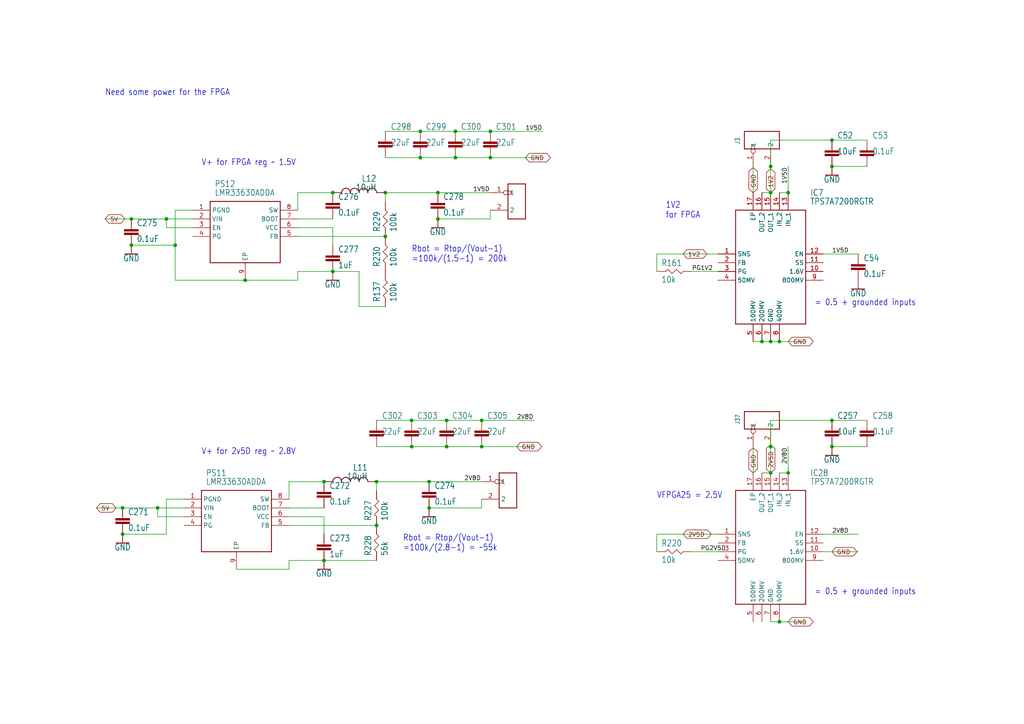
<source format=kicad_sch>
(kicad_sch (version 20231120) (generator "eeschema") (generator_version "8.0")
  (paper "A4")
  (lib_symbols
    (symbol "haasoscope_pro_adc_fpga_board-eagle-import:CAPACITOR_0402_N"
      (symbol "CAPACITOR_0402_N_1_0"
        (rectangle (start -2.032 -2.032) (end 2.032 -1.524) (fill (type outline)))
        (rectangle (start -2.032 -1.016) (end 2.032 -0.508) (fill (type outline)))
        (polyline (pts (xy 0 -2.54) (xy 0 -2.032)) (stroke (width 0.1524)))
        (polyline (pts (xy 0 0) (xy 0 -0.508)) (stroke (width 0.1524)))
        (pin passive line (at 0 2.54 270) (length 2.54) (name "1") (number "1"))
        (pin passive line (at 0 -5.08 90) (length 2.54) (name "2") (number "2"))
      )
    )
    (symbol "haasoscope_pro_adc_fpga_board-eagle-import:CAPACITOR_0805_N"
      (symbol "CAPACITOR_0805_N_1_0"
        (rectangle (start -2.032 -2.032) (end 2.032 -1.524) (fill (type outline)))
        (rectangle (start -2.032 -1.016) (end 2.032 -0.508) (fill (type outline)))
        (polyline (pts (xy 0 -2.54) (xy 0 -2.032)) (stroke (width 0.1524)))
        (polyline (pts (xy 0 0) (xy 0 -0.508)) (stroke (width 0.1524)))
        (pin passive line (at 0 2.54 270) (length 2.54) (name "1") (number "1"))
        (pin passive line (at 0 -5.08 90) (length 2.54) (name "2") (number "2"))
      )
    )
    (symbol "haasoscope_pro_adc_fpga_board-eagle-import:DIP-BLACK-MALE-HEADER-VERT(2P-2.54)"
      (symbol "DIP-BLACK-MALE-HEADER-VERT(2P-2.54)_1_0"
        (polyline (pts (xy -2.54 -5.08) (xy -2.54 5.08)) (stroke (width 0.254)))
        (polyline (pts (xy -2.54 5.08) (xy 2.54 5.08)) (stroke (width 0.254)))
        (polyline (pts (xy 2.54 -5.08) (xy -2.54 -5.08)) (stroke (width 0.254)))
        (polyline (pts (xy 2.54 5.08) (xy 2.54 -5.08)) (stroke (width 0.254)))
        (pin bidirectional inverted_clock (at -7.62 2.54 0) (length 5.08) (name "1") (number "1"))
        (pin bidirectional line (at -7.62 -2.54 0) (length 5.08) (name "2") (number "2"))
      )
    )
    (symbol "haasoscope_pro_adc_fpga_board-eagle-import:INDUCTORPWR"
      (property "Reference" "L" (at 2.54 5.08 0))
      (symbol "INDUCTORPWR_1_0"
        (arc (start 0 -5.08) (mid 0.898 -4.708) (end 1.27 -3.81) (stroke (width 0.254)))
        (arc (start 0 -2.54) (mid 0.898 -2.168) (end 1.27 -1.27) (stroke (width 0.254)))
        (arc (start 0 0) (mid 0.898 0.372) (end 1.27 1.27) (stroke (width 0.254)))
        (arc (start 0 2.54) (mid 0.898 2.912) (end 1.27 3.81) (stroke (width 0.254)))
        (arc (start 1.27 -3.81) (mid 0.898 -2.912) (end 0 -2.54) (stroke (width 0.254)))
        (arc (start 1.27 -1.27) (mid 0.898 -0.372) (end 0 0) (stroke (width 0.254)))
        (arc (start 1.27 1.27) (mid 0.898 2.168) (end 0 2.54) (stroke (width 0.254)))
        (arc (start 1.27 3.81) (mid 0.898 4.708) (end 0 5.08) (stroke (width 0.254)))
        (pin passive line (at 0 7.62 270) (length 2.54) (name "1") (number "1"))
        (pin passive line (at 0 -7.62 90) (length 2.54) (name "2") (number "2"))
      )
    )
    (symbol "haasoscope_pro_adc_fpga_board-eagle-import:LMR33630ADDA"
      (property "Reference" "PS" (at 26.67 7.62 0))
      (symbol "LMR33630ADDA_1_0"
        (polyline (pts (xy 5.08 2.54) (xy 5.08 -15.24)) (stroke (width 0.254)))
        (polyline (pts (xy 5.08 2.54) (xy 25.4 2.54)) (stroke (width 0.254)))
        (polyline (pts (xy 25.4 -15.24) (xy 5.08 -15.24)) (stroke (width 0.254)))
        (polyline (pts (xy 25.4 -15.24) (xy 25.4 2.54)) (stroke (width 0.254)))
        (pin bidirectional line (at 0 0 0) (length 5.08) (name "PGND") (number "1"))
        (pin bidirectional line (at 0 -2.54 0) (length 5.08) (name "VIN") (number "2"))
        (pin bidirectional line (at 0 -5.08 0) (length 5.08) (name "EN") (number "3"))
        (pin bidirectional line (at 0 -7.62 0) (length 5.08) (name "PG") (number "4"))
        (pin bidirectional line (at 30.48 -7.62 180) (length 5.08) (name "FB") (number "5"))
        (pin bidirectional line (at 30.48 -5.08 180) (length 5.08) (name "VCC") (number "6"))
        (pin bidirectional line (at 30.48 -2.54 180) (length 5.08) (name "BOOT") (number "7"))
        (pin bidirectional line (at 30.48 0 180) (length 5.08) (name "SW") (number "8"))
        (pin bidirectional line (at 15.24 -20.32 90) (length 5.08) (name "EP") (number "9"))
      )
    )
    (symbol "haasoscope_pro_adc_fpga_board-eagle-import:RES-0402"
      (property "Reference" "R" (at -3.175 1.27 0))
      (symbol "RES-0402_1_0"
        (polyline (pts (xy -2.54 0) (xy -1.905 0.635)) (stroke (width 0.1524)))
        (polyline (pts (xy -1.905 0.635) (xy -0.635 -0.635)) (stroke (width 0.1524)))
        (polyline (pts (xy -0.635 -0.635) (xy 0.635 0.635)) (stroke (width 0.1524)))
        (polyline (pts (xy 0.635 0.635) (xy 1.905 -0.635)) (stroke (width 0.1524)))
        (polyline (pts (xy 1.905 -0.635) (xy 2.54 0)) (stroke (width 0.1524)))
        (pin bidirectional line (at -5.08 0 0) (length 2.54) (name "P$1") (number "P$1"))
        (pin bidirectional line (at 5.08 0 180) (length 2.54) (name "P$2") (number "P$2"))
      )
    )
    (symbol "haasoscope_pro_adc_fpga_board-eagle-import:SparkFun-PowerSymbols_GND" (power)
      (symbol "SparkFun-PowerSymbols_GND_1_0"
        (polyline (pts (xy -1.905 0) (xy 1.905 0)) (stroke (width 0.254)))
        (pin power_in line (at 0 2.54 270) (length 2.54) (name "GND") (number "1"))
      )
    )
    (symbol "haasoscope_pro_adc_fpga_board-eagle-import:TPS7A7200RGTR"
      (property "Reference" "IC" (at 26.67 17.78 0))
      (symbol "TPS7A7200RGTR_1_0"
        (polyline (pts (xy 5.08 12.7) (xy 5.08 -20.32)) (stroke (width 0.254)))
        (polyline (pts (xy 5.08 12.7) (xy 25.4 12.7)) (stroke (width 0.254)))
        (polyline (pts (xy 25.4 -20.32) (xy 5.08 -20.32)) (stroke (width 0.254)))
        (polyline (pts (xy 25.4 -20.32) (xy 25.4 12.7)) (stroke (width 0.254)))
        (pin bidirectional line (at 0 0 0) (length 5.08) (name "SNS") (number "1"))
        (pin bidirectional line (at 30.48 -5.08 180) (length 5.08) (name "1.6V") (number "10"))
        (pin bidirectional line (at 30.48 -2.54 180) (length 5.08) (name "SS") (number "11"))
        (pin bidirectional line (at 30.48 0 180) (length 5.08) (name "EN") (number "12"))
        (pin bidirectional line (at 20.32 17.78 270) (length 5.08) (name "IN_1") (number "13"))
        (pin bidirectional line (at 17.78 17.78 270) (length 5.08) (name "IN_2") (number "14"))
        (pin bidirectional line (at 15.24 17.78 270) (length 5.08) (name "OUT_1") (number "15"))
        (pin bidirectional line (at 12.7 17.78 270) (length 5.08) (name "OUT_2") (number "16"))
        (pin bidirectional line (at 10.16 17.78 270) (length 5.08) (name "EP") (number "17"))
        (pin bidirectional line (at 0 -2.54 0) (length 5.08) (name "FB") (number "2"))
        (pin bidirectional line (at 0 -5.08 0) (length 5.08) (name "PG") (number "3"))
        (pin bidirectional line (at 0 -7.62 0) (length 5.08) (name "50MV") (number "4"))
        (pin bidirectional line (at 10.16 -25.4 90) (length 5.08) (name "100MV") (number "5"))
        (pin bidirectional line (at 12.7 -25.4 90) (length 5.08) (name "200MV") (number "6"))
        (pin bidirectional line (at 15.24 -25.4 90) (length 5.08) (name "GND") (number "7"))
        (pin bidirectional line (at 17.78 -25.4 90) (length 5.08) (name "400MV") (number "8"))
        (pin bidirectional line (at 30.48 -7.62 180) (length 5.08) (name "800MV") (number "9"))
      )
    )
  )
  (junction (at 48.26 63.5))
  (junction (at 226.06 99.06))
  (junction (at 71.12 81.28))
  (junction (at 111.76 55.88))
  (junction (at 129.54 121.92))
  (junction (at 241.3 129.54))
  (junction (at 35.56 147.32))
  (junction (at 124.46 147.32))
  (junction (at 109.22 152.4))
  (junction (at 241.3 40.64))
  (junction (at 142.24 38.1))
  (junction (at 127 63.5))
  (junction (at 124.46 139.7))
  (junction (at 35.56 154.94))
  (junction (at 223.52 129.54))
  (junction (at 226.06 180.34))
  (junction (at 96.52 78.74))
  (junction (at 121.92 45.72))
  (junction (at 96.52 55.88))
  (junction (at 45.72 147.32))
  (junction (at 223.52 48.26))
  (junction (at 241.3 121.92))
  (junction (at 119.38 121.92))
  (junction (at 132.08 38.1))
  (junction (at 127 55.88))
  (junction (at 223.52 55.88))
  (junction (at 139.7 129.54))
  (junction (at 50.8 71.12))
  (junction (at 129.54 129.54))
  (junction (at 223.52 137.16))
  (junction (at 38.1 63.5))
  (junction (at 121.92 38.1))
  (junction (at 93.98 139.7))
  (junction (at 119.38 129.54))
  (junction (at 228.6 55.88))
  (junction (at 223.52 99.06))
  (junction (at 109.22 139.7))
  (junction (at 241.3 48.26))
  (junction (at 220.98 99.06))
  (junction (at 93.98 162.56))
  (junction (at 139.7 121.92))
  (junction (at 228.6 137.16))
  (junction (at 142.24 45.72))
  (junction (at 132.08 45.72))
  (junction (at 38.1 71.12))
  (junction (at 111.76 68.58))
  (wire (pts (xy 83.82 139.7) (xy 83.82 144.78)) (stroke (width 0.1524)))
  (wire (pts (xy 139.7 129.54) (xy 154.94 129.54)) (stroke (width 0.1524)))
  (wire (pts (xy 86.36 78.74) (xy 96.52 78.74)) (stroke (width 0.1524)))
  (wire (pts (xy 50.8 71.12) (xy 50.8 81.28)) (stroke (width 0.1524)))
  (wire (pts (xy 96.52 63.5) (xy 86.36 63.5)) (stroke (width 0.1524)))
  (wire (pts (xy 190.5 73.66) (xy 190.5 78.74)) (stroke (width 0.1524)))
  (wire (pts (xy 38.1 63.5) (xy 30.48 63.5)) (stroke (width 0.1524)))
  (wire (pts (xy 208.28 73.66) (xy 190.5 73.66)) (stroke (width 0.1524)))
  (wire (pts (xy 83.82 152.4) (xy 109.22 152.4)) (stroke (width 0.1524)))
  (wire (pts (xy 241.3 40.64) (xy 251.46 40.64)) (stroke (width 0.1524)))
  (wire (pts (xy 218.44 55.88) (xy 218.44 48.26)) (stroke (width 0.1524)))
  (wire (pts (xy 226.06 180.34) (xy 233.68 180.34)) (stroke (width 0.1524)))
  (wire (pts (xy 50.8 60.96) (xy 50.8 71.12)) (stroke (width 0.1524)))
  (wire (pts (xy 111.76 38.1) (xy 121.92 38.1)) (stroke (width 0.1524)))
  (wire (pts (xy 129.54 121.92) (xy 139.7 121.92)) (stroke (width 0.1524)))
  (wire (pts (xy 238.76 160.02) (xy 248.92 160.02)) (stroke (width 0.1524)))
  (wire (pts (xy 190.5 154.94) (xy 190.5 160.02)) (stroke (width 0.1524)))
  (wire (pts (xy 109.22 121.92) (xy 119.38 121.92)) (stroke (width 0.1524)))
  (wire (pts (xy 208.28 78.74) (xy 200.66 78.74)) (stroke (width 0.1524)))
  (wire (pts (xy 226.06 55.88) (xy 228.6 55.88)) (stroke (width 0.1524)))
  (wire (pts (xy 109.22 139.7) (xy 124.46 139.7)) (stroke (width 0.1524)))
  (wire (pts (xy 93.98 149.86) (xy 93.98 154.94)) (stroke (width 0.1524)))
  (wire (pts (xy 71.12 81.28) (xy 86.36 81.28)) (stroke (width 0.1524)))
  (wire (pts (xy 111.76 45.72) (xy 121.92 45.72)) (stroke (width 0.1524)))
  (wire (pts (xy 48.26 63.5) (xy 48.26 66.04)) (stroke (width 0.1524)))
  (wire (pts (xy 129.54 129.54) (xy 139.7 129.54)) (stroke (width 0.1524)))
  (wire (pts (xy 241.3 121.92) (xy 251.46 121.92)) (stroke (width 0.1524)))
  (wire (pts (xy 83.82 149.86) (xy 93.98 149.86)) (stroke (width 0.1524)))
  (wire (pts (xy 50.8 81.28) (xy 71.12 81.28)) (stroke (width 0.1524)))
  (wire (pts (xy 83.82 162.56) (xy 93.98 162.56)) (stroke (width 0.1524)))
  (wire (pts (xy 68.58 165.1) (xy 83.82 165.1)) (stroke (width 0.1524)))
  (wire (pts (xy 96.52 66.04) (xy 96.52 71.12)) (stroke (width 0.1524)))
  (wire (pts (xy 238.76 73.66) (xy 248.92 73.66)) (stroke (width 0.1524)))
  (wire (pts (xy 48.26 63.5) (xy 55.88 63.5)) (stroke (width 0.1524)))
  (wire (pts (xy 223.52 137.16) (xy 223.52 129.54)) (stroke (width 0.1524)))
  (wire (pts (xy 104.14 78.74) (xy 96.52 78.74)) (stroke (width 0.1524)))
  (wire (pts (xy 109.22 139.7) (xy 109.22 142.24)) (stroke (width 0.1524)))
  (wire (pts (xy 35.56 147.32) (xy 45.72 147.32)) (stroke (width 0.1524)))
  (wire (pts (xy 226.06 180.34) (xy 223.52 180.34)) (stroke (width 0.1524)))
  (wire (pts (xy 142.24 60.96) (xy 142.24 63.5)) (stroke (width 0.1524)))
  (wire (pts (xy 53.34 144.78) (xy 48.26 144.78)) (stroke (width 0.1524)))
  (wire (pts (xy 111.76 88.9) (xy 104.14 88.9)) (stroke (width 0.1524)))
  (wire (pts (xy 223.52 40.64) (xy 241.3 40.64)) (stroke (width 0.1524)))
  (wire (pts (xy 119.38 129.54) (xy 129.54 129.54)) (stroke (width 0.1524)))
  (wire (pts (xy 132.08 45.72) (xy 142.24 45.72)) (stroke (width 0.1524)))
  (wire (pts (xy 86.36 81.28) (xy 86.36 78.74)) (stroke (width 0.1524)))
  (wire (pts (xy 226.06 99.06) (xy 233.68 99.06)) (stroke (width 0.1524)))
  (wire (pts (xy 208.28 160.02) (xy 200.66 160.02)) (stroke (width 0.1524)))
  (wire (pts (xy 228.6 137.16) (xy 228.6 129.54)) (stroke (width 0.1524)))
  (wire (pts (xy 55.88 60.96) (xy 50.8 60.96)) (stroke (width 0.1524)))
  (wire (pts (xy 238.76 154.94) (xy 248.92 154.94)) (stroke (width 0.1524)))
  (wire (pts (xy 228.6 55.88) (xy 228.6 48.26)) (stroke (width 0.1524)))
  (wire (pts (xy 142.24 45.72) (xy 157.48 45.72)) (stroke (width 0.1524)))
  (wire (pts (xy 45.72 147.32) (xy 53.34 147.32)) (stroke (width 0.1524)))
  (wire (pts (xy 119.38 121.92) (xy 129.54 121.92)) (stroke (width 0.1524)))
  (wire (pts (xy 93.98 162.56) (xy 109.22 162.56)) (stroke (width 0.1524)))
  (wire (pts (xy 223.52 121.92) (xy 241.3 121.92)) (stroke (width 0.1524)))
  (wire (pts (xy 223.52 55.88) (xy 220.98 55.88)) (stroke (width 0.1524)))
  (wire (pts (xy 142.24 38.1) (xy 157.48 38.1)) (stroke (width 0.1524)))
  (wire (pts (xy 48.26 66.04) (xy 55.88 66.04)) (stroke (width 0.1524)))
  (wire (pts (xy 139.7 121.92) (xy 154.94 121.92)) (stroke (width 0.1524)))
  (wire (pts (xy 93.98 147.32) (xy 83.82 147.32)) (stroke (width 0.1524)))
  (wire (pts (xy 223.52 99.06) (xy 226.06 99.06)) (stroke (width 0.1524)))
  (wire (pts (xy 121.92 45.72) (xy 132.08 45.72)) (stroke (width 0.1524)))
  (wire (pts (xy 111.76 55.88) (xy 111.76 58.42)) (stroke (width 0.1524)))
  (wire (pts (xy 48.26 144.78) (xy 48.26 154.94)) (stroke (width 0.1524)))
  (wire (pts (xy 132.08 38.1) (xy 142.24 38.1)) (stroke (width 0.1524)))
  (wire (pts (xy 96.52 55.88) (xy 86.36 55.88)) (stroke (width 0.1524)))
  (wire (pts (xy 218.44 137.16) (xy 218.44 129.54)) (stroke (width 0.1524)))
  (wire (pts (xy 86.36 68.58) (xy 111.76 68.58)) (stroke (width 0.1524)))
  (wire (pts (xy 121.92 38.1) (xy 132.08 38.1)) (stroke (width 0.1524)))
  (wire (pts (xy 223.52 137.16) (xy 220.98 137.16)) (stroke (width 0.1524)))
  (wire (pts (xy 241.3 48.26) (xy 251.46 48.26)) (stroke (width 0.1524)))
  (wire (pts (xy 226.06 137.16) (xy 228.6 137.16)) (stroke (width 0.1524)))
  (wire (pts (xy 86.36 66.04) (xy 96.52 66.04)) (stroke (width 0.1524)))
  (wire (pts (xy 220.98 99.06) (xy 218.44 99.06)) (stroke (width 0.1524)))
  (wire (pts (xy 223.52 99.06) (xy 220.98 99.06)) (stroke (width 0.1524)))
  (wire (pts (xy 208.28 154.94) (xy 190.5 154.94)) (stroke (width 0.1524)))
  (wire (pts (xy 111.76 55.88) (xy 127 55.88)) (stroke (width 0.1524)))
  (wire (pts (xy 45.72 149.86) (xy 53.34 149.86)) (stroke (width 0.1524)))
  (wire (pts (xy 142.24 63.5) (xy 127 63.5)) (stroke (width 0.1524)))
  (wire (pts (xy 223.52 129.54) (xy 223.52 121.92)) (stroke (width 0.1524)))
  (wire (pts (xy 223.52 48.26) (xy 223.52 40.64)) (stroke (width 0.1524)))
  (wire (pts (xy 48.26 154.94) (xy 35.56 154.94)) (stroke (width 0.1524)))
  (wire (pts (xy 83.82 165.1) (xy 83.82 162.56)) (stroke (width 0.1524)))
  (wire (pts (xy 109.22 129.54) (xy 119.38 129.54)) (stroke (width 0.1524)))
  (wire (pts (xy 124.46 139.7) (xy 139.7 139.7)) (stroke (width 0.1524)))
  (wire (pts (xy 86.36 55.88) (xy 86.36 60.96)) (stroke (width 0.1524)))
  (wire (pts (xy 241.3 129.54) (xy 251.46 129.54)) (stroke (width 0.1524)))
  (wire (pts (xy 38.1 63.5) (xy 48.26 63.5)) (stroke (width 0.1524)))
  (wire (pts (xy 35.56 147.32) (xy 27.94 147.32)) (stroke (width 0.1524)))
  (wire (pts (xy 45.72 147.32) (xy 45.72 149.86)) (stroke (width 0.1524)))
  (wire (pts (xy 223.52 55.88) (xy 223.52 48.26)) (stroke (width 0.1524)))
  (wire (pts (xy 127 55.88) (xy 142.24 55.88)) (stroke (width 0.1524)))
  (wire (pts (xy 139.7 147.32) (xy 124.46 147.32)) (stroke (width 0.1524)))
  (wire (pts (xy 93.98 139.7) (xy 83.82 139.7)) (stroke (width 0.1524)))
  (wire (pts (xy 104.14 88.9) (xy 104.14 78.74)) (stroke (width 0.1524)))
  (wire (pts (xy 50.8 71.12) (xy 38.1 71.12)) (stroke (width 0.1524)))
  (wire (pts (xy 139.7 144.78) (xy 139.7 147.32)) (stroke (width 0.1524)))
  (text "VFPGA25 = 2.5V" (at 190.5 144.78 0) (effects (font (size 1.778 1.5113)) (justify left bottom)))
  (text "V+ for FPGA reg ~ 1.5V" (at 58.42 48.26 0) (effects (font (size 1.778 1.5113)) (justify left bottom)))
  (text "Rbot = Rtop/(Vout-1)\n=100k/(1.5-1) = 200k" (at 119.38 76.2 0) (effects (font (size 1.778 1.5113)) (justify left bottom)))
  (text "= 0.5 + grounded inputs" (at 236.22 172.72 0) (effects (font (size 1.778 1.5113)) (justify left bottom)))
  (text "1V2\nfor FPGA" (at 193.04 63.5 0) (effects (font (size 1.778 1.5113)) (justify left bottom)))
  (text "Rbot = Rtop/(Vout-1)\n=100k/(2.8-1) = ~55k" (at 116.84 160.02 0) (effects (font (size 1.778 1.5113)) (justify left bottom)))
  (text "V+ for 2v5D reg ~ 2.8V" (at 58.42 132.08 0) (effects (font (size 1.778 1.5113)) (justify left bottom)))
  (text "= 0.5 + grounded inputs" (at 236.22 88.9 0) (effects (font (size 1.778 1.5113)) (justify left bottom)))
  (text "Need some power for the FPGA" (at 30.48 27.94 0) (effects (font (size 1.778 1.5113)) (justify left bottom)))
  (label "1V5D" (at 228.6 53.34 90) (effects (font (size 1.2446 1.2446))))
  (label "2V8D" (at 149.86 121.92 0) (effects (font (size 1.2446 1.2446))))
  (label "2V8D" (at 134.62 139.7 0) (effects (font (size 1.2446 1.2446))))
  (label "1V5D" (at 137.16 55.88 0) (effects (font (size 1.2446 1.2446))))
  (label "PG1V2" (at 200.66 78.74 0) (effects (font (size 1.2446 1.2446))))
  (label "2V8D" (at 228.6 134.62 90) (effects (font (size 1.2446 1.2446))))
  (label "1V5D" (at 152.4 38.1 0) (effects (font (size 1.2446 1.2446))))
  (label "PG2V5D" (at 203.2 160.02 0) (effects (font (size 1.2446 1.2446))))
  (label "1V5D" (at 241.3 73.66 0) (effects (font (size 1.2446 1.2446))))
  (label "2V8D" (at 241.3 154.94 0) (effects (font (size 1.2446 1.2446))))
  (global_label "GND" (shape bidirectional) (at 152.4 45.72 0) (effects (font (size 1.2446 1.2446))) (property "Intersheetrefs" "${INTERSHEET_REFS}" (effects (hide yes))))
  (global_label "2V5D" (shape bidirectional) (at 223.52 137.16 90) (effects (font (size 1.2446 1.2446))) (property "Intersheetrefs" "${INTERSHEET_REFS}" (effects (hide yes))))
  (global_label "GND" (shape bidirectional) (at 218.44 137.16 90) (effects (font (size 1.2446 1.2446))) (property "Intersheetrefs" "${INTERSHEET_REFS}" (effects (hide yes))))
  (global_label "5V" (shape bidirectional) (at 30.48 63.5 0) (effects (font (size 1.2446 1.2446))) (property "Intersheetrefs" "${INTERSHEET_REFS}" (effects (hide yes))))
  (global_label "GND" (shape bidirectional) (at 228.6 99.06 0) (effects (font (size 1.2446 1.2446))) (property "Intersheetrefs" "${INTERSHEET_REFS}" (effects (hide yes))))
  (global_label "GND" (shape bidirectional) (at 149.86 129.54 0) (effects (font (size 1.2446 1.2446))) (property "Intersheetrefs" "${INTERSHEET_REFS}" (effects (hide yes))))
  (global_label "GND" (shape bidirectional) (at 218.44 55.88 90) (effects (font (size 1.2446 1.2446))) (property "Intersheetrefs" "${INTERSHEET_REFS}" (effects (hide yes))))
  (global_label "GND" (shape bidirectional) (at 241.3 160.02 0) (effects (font (size 1.2446 1.2446))) (property "Intersheetrefs" "${INTERSHEET_REFS}" (effects (hide yes))))
  (global_label "1V2" (shape bidirectional) (at 198.12 73.66 0) (effects (font (size 1.2446 1.2446))) (property "Intersheetrefs" "${INTERSHEET_REFS}" (effects (hide yes))))
  (global_label "GND" (shape bidirectional) (at 228.6 180.34 0) (effects (font (size 1.2446 1.2446))) (property "Intersheetrefs" "${INTERSHEET_REFS}" (effects (hide yes))))
  (global_label "1V2" (shape bidirectional) (at 223.52 55.88 90) (effects (font (size 1.2446 1.2446))) (property "Intersheetrefs" "${INTERSHEET_REFS}" (effects (hide yes))))
  (global_label "2V5D" (shape bidirectional) (at 198.12 154.94 0) (effects (font (size 1.2446 1.2446))) (property "Intersheetrefs" "${INTERSHEET_REFS}" (effects (hide yes))))
  (global_label "5V" (shape bidirectional) (at 27.94 147.32 0) (effects (font (size 1.2446 1.2446))) (property "Intersheetrefs" "${INTERSHEET_REFS}" (effects (hide yes))))
  (symbol (lib_id "haasoscope_pro_adc_fpga_board-eagle-import:LMR33630ADDA") (at 55.88 60.96 0) (unit 1)
    (property "Reference" "PS12" (at 62.23 53.34 0) (effects (font (size 1.778 1.5113)) (justify left)))
    (property "Value" "LMR33630ADDA" (at 62.23 55.88 0) (effects (font (size 1.778 1.5113)) (justify left)))
    (property "Footprint" "haasoscope_pro_adc_fpga_board:SOIC127P600X170-9N" (effects (hide yes)))
    (property "LCSC" "C841384" (effects (hide yes)))
  )
  (symbol (lib_id "haasoscope_pro_adc_fpga_board-eagle-import:CAPACITOR_0805_N") (at 109.22 124.46 0) (unit 1)
    (property "Reference" "C302" (at 110.744 121.539 0) (effects (font (size 1.778 1.5113)) (justify left bottom)))
    (property "Value" "22uF" (at 110.744 126.111 0) (effects (font (size 1.778 1.5113)) (justify left bottom)))
    (property "Footprint" "haasoscope_pro_adc_fpga_board:RESC0805_N" (effects (hide yes)))
  )
  (symbol (lib_id "haasoscope_pro_adc_fpga_board-eagle-import:SparkFun-PowerSymbols_GND") (at 38.1 73.66 0) (unit 1)
    (property "Reference" "#GND0230" (effects (hide yes)))
    (property "Value" "GND" (at 38.1 73.914 0) (effects (font (size 1.778 1.5113)) (justify top)))
  )
  (symbol (lib_id "haasoscope_pro_adc_fpga_board-eagle-import:RES-0402") (at 109.22 157.48 90) (unit 1)
    (property "Reference" "R228" (at 107.7214 161.29 0) (effects (font (size 1.778 1.5113)) (justify left bottom)))
    (property "Value" "56k" (at 112.522 161.29 0) (effects (font (size 1.778 1.5113)) (justify left bottom)))
    (property "Footprint" "haasoscope_pro_adc_fpga_board:RES-0402" (effects (hide yes)))
  )
  (symbol (lib_id "haasoscope_pro_adc_fpga_board-eagle-import:CAPACITOR_0805_N") (at 139.7 124.46 0) (unit 1)
    (property "Reference" "C305" (at 141.224 121.539 0) (effects (font (size 1.778 1.5113)) (justify left bottom)))
    (property "Value" "22uF" (at 141.224 126.111 0) (effects (font (size 1.778 1.5113)) (justify left bottom)))
    (property "Footprint" "haasoscope_pro_adc_fpga_board:RESC0805_N" (effects (hide yes)))
  )
  (symbol (lib_id "haasoscope_pro_adc_fpga_board-eagle-import:CAPACITOR_0805_N") (at 241.3 124.46 0) (unit 1)
    (property "Reference" "C257" (at 242.824 121.539 0) (effects (font (size 1.778 1.5113)) (justify left bottom)))
    (property "Value" "10uF" (at 242.824 126.111 0) (effects (font (size 1.778 1.5113)) (justify left bottom)))
    (property "Footprint" "haasoscope_pro_adc_fpga_board:RESC0805_N" (effects (hide yes)))
  )
  (symbol (lib_id "haasoscope_pro_adc_fpga_board-eagle-import:CAPACITOR_0402_N") (at 248.92 76.2 0) (unit 1)
    (property "Reference" "C54" (at 250.444 75.819 0) (effects (font (size 1.778 1.5113)) (justify left bottom)))
    (property "Value" "0.1uF" (at 250.444 80.391 0) (effects (font (size 1.778 1.5113)) (justify left bottom)))
    (property "Footprint" "haasoscope_pro_adc_fpga_board:RESC0402_N" (effects (hide yes)))
  )
  (symbol (lib_id "haasoscope_pro_adc_fpga_board-eagle-import:RES-0402") (at 109.22 147.32 90) (unit 1)
    (property "Reference" "R227" (at 107.7214 151.13 0) (effects (font (size 1.778 1.5113)) (justify left bottom)))
    (property "Value" "100k" (at 112.522 151.13 0) (effects (font (size 1.778 1.5113)) (justify left bottom)))
    (property "Footprint" "haasoscope_pro_adc_fpga_board:RES-0402" (effects (hide yes)))
  )
  (symbol (lib_id "haasoscope_pro_adc_fpga_board-eagle-import:CAPACITOR_0402_N") (at 127 58.42 0) (unit 1)
    (property "Reference" "C278" (at 128.524 58.039 0) (effects (font (size 1.778 1.5113)) (justify left bottom)))
    (property "Value" "0.1uF" (at 128.524 62.611 0) (effects (font (size 1.778 1.5113)) (justify left bottom)))
    (property "Footprint" "haasoscope_pro_adc_fpga_board:RESC0402_N" (effects (hide yes)))
  )
  (symbol (lib_id "haasoscope_pro_adc_fpga_board-eagle-import:SparkFun-PowerSymbols_GND") (at 124.46 149.86 0) (unit 1)
    (property "Reference" "#GND0229" (effects (hide yes)))
    (property "Value" "GND" (at 124.46 150.114 0) (effects (font (size 1.778 1.5113)) (justify top)))
  )
  (symbol (lib_id "haasoscope_pro_adc_fpga_board-eagle-import:CAPACITOR_0402_N") (at 35.56 149.86 0) (unit 1)
    (property "Reference" "C271" (at 37.084 149.479 0) (effects (font (size 1.778 1.5113)) (justify left bottom)))
    (property "Value" "0.1uF" (at 37.084 154.051 0) (effects (font (size 1.778 1.5113)) (justify left bottom)))
    (property "Footprint" "haasoscope_pro_adc_fpga_board:RESC0402_N" (effects (hide yes)))
  )
  (symbol (lib_id "haasoscope_pro_adc_fpga_board-eagle-import:DIP-BLACK-MALE-HEADER-VERT(2P-2.54)") (at 149.86 58.42 0) (unit 1)
    (property "Reference" "J43" (effects (hide yes)))
    (property "Value" "2p-2.54" (effects (hide yes)))
    (property "Footprint" "haasoscope_pro_adc_fpga_board:H2-2.54" (effects (hide yes)))
  )
  (symbol (lib_id "haasoscope_pro_adc_fpga_board-eagle-import:CAPACITOR_0805_N") (at 142.24 40.64 0) (unit 1)
    (property "Reference" "C301" (at 143.764 37.719 0) (effects (font (size 1.778 1.5113)) (justify left bottom)))
    (property "Value" "22uF" (at 143.764 42.291 0) (effects (font (size 1.778 1.5113)) (justify left bottom)))
    (property "Footprint" "haasoscope_pro_adc_fpga_board:RESC0805_N" (effects (hide yes)))
  )
  (symbol (lib_id "haasoscope_pro_adc_fpga_board-eagle-import:SparkFun-PowerSymbols_GND") (at 127 66.04 0) (unit 1)
    (property "Reference" "#GND0232" (effects (hide yes)))
    (property "Value" "GND" (at 127 66.294 0) (effects (font (size 1.778 1.5113)) (justify top)))
  )
  (symbol (lib_id "haasoscope_pro_adc_fpga_board-eagle-import:SparkFun-PowerSymbols_GND") (at 248.92 83.82 0) (unit 1)
    (property "Reference" "#GND057" (effects (hide yes)))
    (property "Value" "GND" (at 248.92 84.074 0) (effects (font (size 1.778 1.5113)) (justify top)))
  )
  (symbol (lib_id "haasoscope_pro_adc_fpga_board-eagle-import:CAPACITOR_0805_N") (at 111.76 40.64 0) (unit 1)
    (property "Reference" "C298" (at 113.284 37.719 0) (effects (font (size 1.778 1.5113)) (justify left bottom)))
    (property "Value" "22uF" (at 113.284 42.291 0) (effects (font (size 1.778 1.5113)) (justify left bottom)))
    (property "Footprint" "haasoscope_pro_adc_fpga_board:RESC0805_N" (effects (hide yes)))
  )
  (symbol (lib_id "haasoscope_pro_adc_fpga_board-eagle-import:CAPACITOR_0402_N") (at 251.46 43.18 0) (unit 1)
    (property "Reference" "C53" (at 252.984 40.259 0) (effects (font (size 1.778 1.5113)) (justify left bottom)))
    (property "Value" "0.1uF" (at 252.984 44.831 0) (effects (font (size 1.778 1.5113)) (justify left bottom)))
    (property "Footprint" "haasoscope_pro_adc_fpga_board:RESC0402_N" (effects (hide yes)))
  )
  (symbol (lib_id "haasoscope_pro_adc_fpga_board-eagle-import:INDUCTORPWR") (at 104.14 55.88 90) (unit 1)
    (property "Reference" "L12" (at 109.22 50.8 90) (effects (font (size 1.778 1.5113)) (justify left bottom)))
    (property "Value" "10uH" (at 109.22 53.34 90) (effects (font (size 1.778 1.5113)) (justify left bottom)))
    (property "Footprint" "haasoscope_pro_adc_fpga_board:CDRH125" (effects (hide yes)))
    (property "LCSC" "C339970" (effects (hide yes)))
  )
  (symbol (lib_id "haasoscope_pro_adc_fpga_board-eagle-import:RES-0402") (at 195.58 78.74 0) (unit 1)
    (property "Reference" "R161" (at 191.77 77.2414 0) (effects (font (size 1.778 1.5113)) (justify left bottom)))
    (property "Value" "10k" (at 191.77 82.042 0) (effects (font (size 1.778 1.5113)) (justify left bottom)))
    (property "Footprint" "haasoscope_pro_adc_fpga_board:RES-0402" (effects (hide yes)))
  )
  (symbol (lib_id "haasoscope_pro_adc_fpga_board-eagle-import:CAPACITOR_0805_N") (at 129.54 124.46 0) (unit 1)
    (property "Reference" "C304" (at 131.064 121.539 0) (effects (font (size 1.778 1.5113)) (justify left bottom)))
    (property "Value" "22uF" (at 131.064 126.111 0) (effects (font (size 1.778 1.5113)) (justify left bottom)))
    (property "Footprint" "haasoscope_pro_adc_fpga_board:RESC0805_N" (effects (hide yes)))
  )
  (symbol (lib_id "haasoscope_pro_adc_fpga_board-eagle-import:SparkFun-PowerSymbols_GND") (at 93.98 165.1 0) (unit 1)
    (property "Reference" "#GND0228" (effects (hide yes)))
    (property "Value" "GND" (at 93.98 165.354 0) (effects (font (size 1.778 1.5113)) (justify top)))
  )
  (symbol (lib_id "haasoscope_pro_adc_fpga_board-eagle-import:CAPACITOR_0805_N") (at 241.3 43.18 0) (unit 1)
    (property "Reference" "C52" (at 242.824 40.259 0) (effects (font (size 1.778 1.5113)) (justify left bottom)))
    (property "Value" "10uF" (at 242.824 44.831 0) (effects (font (size 1.778 1.5113)) (justify left bottom)))
    (property "Footprint" "haasoscope_pro_adc_fpga_board:RESC0805_N" (effects (hide yes)))
  )
  (symbol (lib_id "haasoscope_pro_adc_fpga_board-eagle-import:CAPACITOR_0402_N") (at 96.52 73.66 0) (unit 1)
    (property "Reference" "C277" (at 98.044 73.279 0) (effects (font (size 1.778 1.5113)) (justify left bottom)))
    (property "Value" "1uF" (at 98.044 77.851 0) (effects (font (size 1.778 1.5113)) (justify left bottom)))
    (property "Footprint" "haasoscope_pro_adc_fpga_board:RESC0402_N" (effects (hide yes)))
  )
  (symbol (lib_id "haasoscope_pro_adc_fpga_board-eagle-import:DIP-BLACK-MALE-HEADER-VERT(2P-2.54)") (at 220.98 121.92 90) (unit 1)
    (property "Reference" "J37" (at 214.63 123.19 0) (effects (font (size 1.27 1.0795)) (justify left bottom)))
    (property "Value" "2p-2.54" (effects (hide yes)))
    (property "Footprint" "haasoscope_pro_adc_fpga_board:H2-2.54" (effects (hide yes)))
  )
  (symbol (lib_id "haasoscope_pro_adc_fpga_board-eagle-import:SparkFun-PowerSymbols_GND") (at 241.3 50.8 0) (unit 1)
    (property "Reference" "#GND054" (effects (hide yes)))
    (property "Value" "GND" (at 241.3 51.054 0) (effects (font (size 1.778 1.5113)) (justify top)))
  )
  (symbol (lib_id "haasoscope_pro_adc_fpga_board-eagle-import:RES-0402") (at 111.76 83.82 90) (unit 1)
    (property "Reference" "R137" (at 110.2614 87.63 0) (effects (font (size 1.778 1.5113)) (justify left bottom)))
    (property "Value" "100k" (at 115.062 87.63 0) (effects (font (size 1.778 1.5113)) (justify left bottom)))
    (property "Footprint" "haasoscope_pro_adc_fpga_board:RES-0402" (effects (hide yes)))
  )
  (symbol (lib_id "haasoscope_pro_adc_fpga_board-eagle-import:TPS7A7200RGTR") (at 208.28 73.66 0) (unit 1)
    (property "Reference" "IC7" (at 234.95 55.88 0) (effects (font (size 1.778 1.5113)) (justify left)))
    (property "Value" "TPS7A7200RGTR" (at 234.95 58.42 0) (effects (font (size 1.778 1.5113)) (justify left)))
    (property "Footprint" "haasoscope_pro_adc_fpga_board:QFN50P300X300X100-17N" (effects (hide yes)))
  )
  (symbol (lib_id "haasoscope_pro_adc_fpga_board-eagle-import:LMR33630ADDA") (at 53.34 144.78 0) (unit 1)
    (property "Reference" "PS11" (at 59.69 137.16 0) (effects (font (size 1.778 1.5113)) (justify left)))
    (property "Value" "LMR33630ADDA" (at 59.69 139.7 0) (effects (font (size 1.778 1.5113)) (justify left)))
    (property "Footprint" "haasoscope_pro_adc_fpga_board:SOIC127P600X170-9N" (effects (hide yes)))
    (property "LCSC" "C841384" (effects (hide yes)))
  )
  (symbol (lib_id "haasoscope_pro_adc_fpga_board-eagle-import:CAPACITOR_0402_N") (at 38.1 66.04 0) (unit 1)
    (property "Reference" "C275" (at 39.624 65.659 0) (effects (font (size 1.778 1.5113)) (justify left bottom)))
    (property "Value" "0.1uF" (at 39.624 70.231 0) (effects (font (size 1.778 1.5113)) (justify left bottom)))
    (property "Footprint" "haasoscope_pro_adc_fpga_board:RESC0402_N" (effects (hide yes)))
  )
  (symbol (lib_id "haasoscope_pro_adc_fpga_board-eagle-import:RES-0402") (at 111.76 73.66 90) (unit 1)
    (property "Reference" "R230" (at 110.2614 77.47 0) (effects (font (size 1.778 1.5113)) (justify left bottom)))
    (property "Value" "100k" (at 115.062 77.47 0) (effects (font (size 1.778 1.5113)) (justify left bottom)))
    (property "Footprint" "haasoscope_pro_adc_fpga_board:RES-0402" (effects (hide yes)))
  )
  (symbol (lib_id "haasoscope_pro_adc_fpga_board-eagle-import:SparkFun-PowerSymbols_GND") (at 96.52 81.28 0) (unit 1)
    (property "Reference" "#GND0231" (effects (hide yes)))
    (property "Value" "GND" (at 96.52 81.534 0) (effects (font (size 1.778 1.5113)) (justify top)))
  )
  (symbol (lib_id "haasoscope_pro_adc_fpga_board-eagle-import:CAPACITOR_0402_N") (at 93.98 142.24 0) (unit 1)
    (property "Reference" "C272" (at 95.504 141.859 0) (effects (font (size 1.778 1.5113)) (justify left bottom)))
    (property "Value" "0.1uF" (at 95.504 146.431 0) (effects (font (size 1.778 1.5113)) (justify left bottom)))
    (property "Footprint" "haasoscope_pro_adc_fpga_board:RESC0402_N" (effects (hide yes)))
  )
  (symbol (lib_id "haasoscope_pro_adc_fpga_board-eagle-import:INDUCTORPWR") (at 101.6 139.7 90) (unit 1)
    (property "Reference" "L11" (at 106.68 134.62 90) (effects (font (size 1.778 1.5113)) (justify left bottom)))
    (property "Value" "10uH" (at 106.68 137.16 90) (effects (font (size 1.778 1.5113)) (justify left bottom)))
    (property "Footprint" "haasoscope_pro_adc_fpga_board:CDRH125" (effects (hide yes)))
    (property "LCSC" "C339970" (effects (hide yes)))
  )
  (symbol (lib_id "haasoscope_pro_adc_fpga_board-eagle-import:CAPACITOR_0402_N") (at 93.98 157.48 0) (unit 1)
    (property "Reference" "C273" (at 95.504 157.099 0) (effects (font (size 1.778 1.5113)) (justify left bottom)))
    (property "Value" "1uF" (at 95.504 161.671 0) (effects (font (size 1.778 1.5113)) (justify left bottom)))
    (property "Footprint" "haasoscope_pro_adc_fpga_board:RESC0402_N" (effects (hide yes)))
  )
  (symbol (lib_id "haasoscope_pro_adc_fpga_board-eagle-import:CAPACITOR_0805_N") (at 119.38 124.46 0) (unit 1)
    (property "Reference" "C303" (at 120.904 121.539 0) (effects (font (size 1.778 1.5113)) (justify left bottom)))
    (property "Value" "22uF" (at 120.904 126.111 0) (effects (font (size 1.778 1.5113)) (justify left bottom)))
    (property "Footprint" "haasoscope_pro_adc_fpga_board:RESC0805_N" (effects (hide yes)))
  )
  (symbol (lib_id "haasoscope_pro_adc_fpga_board-eagle-import:DIP-BLACK-MALE-HEADER-VERT(2P-2.54)") (at 147.32 142.24 0) (unit 1)
    (property "Reference" "J42" (effects (hide yes)))
    (property "Value" "2p-2.54" (effects (hide yes)))
    (property "Footprint" "haasoscope_pro_adc_fpga_board:H2-2.54" (effects (hide yes)))
  )
  (symbol (lib_id "haasoscope_pro_adc_fpga_board-eagle-import:CAPACITOR_0805_N") (at 132.08 40.64 0) (unit 1)
    (property "Reference" "C300" (at 133.604 37.719 0) (effects (font (size 1.778 1.5113)) (justify left bottom)))
    (property "Value" "22uF" (at 133.604 42.291 0) (effects (font (size 1.778 1.5113)) (justify left bottom)))
    (property "Footprint" "haasoscope_pro_adc_fpga_board:RESC0805_N" (effects (hide yes)))
  )
  (symbol (lib_id "haasoscope_pro_adc_fpga_board-eagle-import:RES-0402") (at 195.58 160.02 0) (unit 1)
    (property "Reference" "R220" (at 191.77 158.5214 0) (effects (font (size 1.778 1.5113)) (justify left bottom)))
    (property "Value" "10k" (at 191.77 163.322 0) (effects (font (size 1.778 1.5113)) (justify left bottom)))
    (property "Footprint" "haasoscope_pro_adc_fpga_board:RES-0402" (effects (hide yes)))
  )
  (symbol (lib_id "haasoscope_pro_adc_fpga_board-eagle-import:TPS7A7200RGTR") (at 208.28 154.94 0) (unit 1)
    (property "Reference" "IC28" (at 234.95 137.16 0) (effects (font (size 1.778 1.5113)) (justify left)))
    (property "Value" "TPS7A7200RGTR" (at 234.95 139.7 0) (effects (font (size 1.778 1.5113)) (justify left)))
    (property "Footprint" "haasoscope_pro_adc_fpga_board:QFN50P300X300X100-17N" (effects (hide yes)))
  )
  (symbol (lib_id "haasoscope_pro_adc_fpga_board-eagle-import:DIP-BLACK-MALE-HEADER-VERT(2P-2.54)") (at 220.98 40.64 90) (unit 1)
    (property "Reference" "J3" (at 214.63 41.91 0) (effects (font (size 1.27 1.0795)) (justify left bottom)))
    (property "Value" "2p-2.54" (effects (hide yes)))
    (property "Footprint" "haasoscope_pro_adc_fpga_board:H2-2.54" (effects (hide yes)))
  )
  (symbol (lib_id "haasoscope_pro_adc_fpga_board-eagle-import:CAPACITOR_0402_N") (at 124.46 142.24 0) (unit 1)
    (property "Reference" "C274" (at 125.984 141.859 0) (effects (font (size 1.778 1.5113)) (justify left bottom)))
    (property "Value" "0.1uF" (at 125.984 146.431 0) (effects (font (size 1.778 1.5113)) (justify left bottom)))
    (property "Footprint" "haasoscope_pro_adc_fpga_board:RESC0402_N" (effects (hide yes)))
  )
  (symbol (lib_id "haasoscope_pro_adc_fpga_board-eagle-import:SparkFun-PowerSymbols_GND") (at 35.56 157.48 0) (unit 1)
    (property "Reference" "#GND0227" (effects (hide yes)))
    (property "Value" "GND" (at 35.56 157.734 0) (effects (font (size 1.778 1.5113)) (justify top)))
  )
  (symbol (lib_id "haasoscope_pro_adc_fpga_board-eagle-import:CAPACITOR_0805_N") (at 121.92 40.64 0) (unit 1)
    (property "Reference" "C299" (at 123.444 37.719 0) (effects (font (size 1.778 1.5113)) (justify left bottom)))
    (property "Value" "22uF" (at 123.444 42.291 0) (effects (font (size 1.778 1.5113)) (justify left bottom)))
    (property "Footprint" "haasoscope_pro_adc_fpga_board:RESC0805_N" (effects (hide yes)))
  )
  (symbol (lib_id "haasoscope_pro_adc_fpga_board-eagle-import:CAPACITOR_0402_N") (at 96.52 58.42 0) (unit 1)
    (property "Reference" "C276" (at 98.044 58.039 0) (effects (font (size 1.778 1.5113)) (justify left bottom)))
    (property "Value" "0.1uF" (at 98.044 62.611 0) (effects (font (size 1.778 1.5113)) (justify left bottom)))
    (property "Footprint" "haasoscope_pro_adc_fpga_board:RESC0402_N" (effects (hide yes)))
  )
  (symbol (lib_id "haasoscope_pro_adc_fpga_board-eagle-import:SparkFun-PowerSymbols_GND") (at 241.3 132.08 0) (unit 1)
    (property "Reference" "#GND0217" (effects (hide yes)))
    (property "Value" "GND" (at 241.3 132.334 0) (effects (font (size 1.778 1.5113)) (justify top)))
  )
  (symbol (lib_id "haasoscope_pro_adc_fpga_board-eagle-import:RES-0402") (at 111.76 63.5 90) (unit 1)
    (property "Reference" "R229" (at 110.2614 67.31 0) (effects (font (size 1.778 1.5113)) (justify left bottom)))
    (property "Value" "100k" (at 115.062 67.31 0) (effects (font (size 1.778 1.5113)) (justify left bottom)))
    (property "Footprint" "haasoscope_pro_adc_fpga_board:RES-0402" (effects (hide yes)))
  )
  (symbol (lib_id "haasoscope_pro_adc_fpga_board-eagle-import:CAPACITOR_0402_N") (at 251.46 124.46 0) (unit 1)
    (property "Reference" "C258" (at 252.984 121.539 0) (effects (font (size 1.778 1.5113)) (justify left bottom)))
    (property "Value" "0.1uF" (at 252.984 126.111 0) (effects (font (size 1.778 1.5113)) (justify left bottom)))
    (property "Footprint" "haasoscope_pro_adc_fpga_board:RESC0402_N" (effects (hide yes)))
  )
)
</source>
